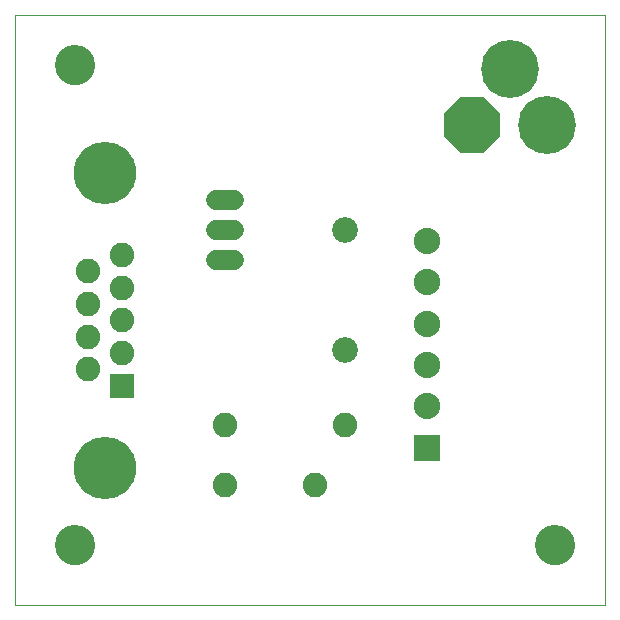
<source format=gbs>
G75*
%MOIN*%
%OFA0B0*%
%FSLAX25Y25*%
%IPPOS*%
%LPD*%
%AMOC8*
5,1,8,0,0,1.08239X$1,22.5*
%
%ADD10C,0.00000*%
%ADD11C,0.13398*%
%ADD12C,0.08200*%
%ADD13C,0.08600*%
%ADD14C,0.06800*%
%ADD15R,0.08200X0.08200*%
%ADD16C,0.20800*%
%ADD17R,0.08800X0.08800*%
%ADD18C,0.08800*%
%ADD19OC8,0.18517*%
%ADD20C,0.19304*%
D10*
X0033632Y0001800D02*
X0033632Y0198650D01*
X0230483Y0198650D01*
X0230483Y0001800D01*
X0033632Y0001800D01*
X0047333Y0021800D02*
X0047335Y0021958D01*
X0047341Y0022116D01*
X0047351Y0022274D01*
X0047365Y0022432D01*
X0047383Y0022589D01*
X0047404Y0022746D01*
X0047430Y0022902D01*
X0047460Y0023058D01*
X0047493Y0023213D01*
X0047531Y0023366D01*
X0047572Y0023519D01*
X0047617Y0023671D01*
X0047666Y0023822D01*
X0047719Y0023971D01*
X0047775Y0024119D01*
X0047835Y0024265D01*
X0047899Y0024410D01*
X0047967Y0024553D01*
X0048038Y0024695D01*
X0048112Y0024835D01*
X0048190Y0024972D01*
X0048272Y0025108D01*
X0048356Y0025242D01*
X0048445Y0025373D01*
X0048536Y0025502D01*
X0048631Y0025629D01*
X0048728Y0025754D01*
X0048829Y0025876D01*
X0048933Y0025995D01*
X0049040Y0026112D01*
X0049150Y0026226D01*
X0049263Y0026337D01*
X0049378Y0026446D01*
X0049496Y0026551D01*
X0049617Y0026653D01*
X0049740Y0026753D01*
X0049866Y0026849D01*
X0049994Y0026942D01*
X0050124Y0027032D01*
X0050257Y0027118D01*
X0050392Y0027202D01*
X0050528Y0027281D01*
X0050667Y0027358D01*
X0050808Y0027430D01*
X0050950Y0027500D01*
X0051094Y0027565D01*
X0051240Y0027627D01*
X0051387Y0027685D01*
X0051536Y0027740D01*
X0051686Y0027791D01*
X0051837Y0027838D01*
X0051989Y0027881D01*
X0052142Y0027920D01*
X0052297Y0027956D01*
X0052452Y0027987D01*
X0052608Y0028015D01*
X0052764Y0028039D01*
X0052921Y0028059D01*
X0053079Y0028075D01*
X0053236Y0028087D01*
X0053395Y0028095D01*
X0053553Y0028099D01*
X0053711Y0028099D01*
X0053869Y0028095D01*
X0054028Y0028087D01*
X0054185Y0028075D01*
X0054343Y0028059D01*
X0054500Y0028039D01*
X0054656Y0028015D01*
X0054812Y0027987D01*
X0054967Y0027956D01*
X0055122Y0027920D01*
X0055275Y0027881D01*
X0055427Y0027838D01*
X0055578Y0027791D01*
X0055728Y0027740D01*
X0055877Y0027685D01*
X0056024Y0027627D01*
X0056170Y0027565D01*
X0056314Y0027500D01*
X0056456Y0027430D01*
X0056597Y0027358D01*
X0056736Y0027281D01*
X0056872Y0027202D01*
X0057007Y0027118D01*
X0057140Y0027032D01*
X0057270Y0026942D01*
X0057398Y0026849D01*
X0057524Y0026753D01*
X0057647Y0026653D01*
X0057768Y0026551D01*
X0057886Y0026446D01*
X0058001Y0026337D01*
X0058114Y0026226D01*
X0058224Y0026112D01*
X0058331Y0025995D01*
X0058435Y0025876D01*
X0058536Y0025754D01*
X0058633Y0025629D01*
X0058728Y0025502D01*
X0058819Y0025373D01*
X0058908Y0025242D01*
X0058992Y0025108D01*
X0059074Y0024972D01*
X0059152Y0024835D01*
X0059226Y0024695D01*
X0059297Y0024553D01*
X0059365Y0024410D01*
X0059429Y0024265D01*
X0059489Y0024119D01*
X0059545Y0023971D01*
X0059598Y0023822D01*
X0059647Y0023671D01*
X0059692Y0023519D01*
X0059733Y0023366D01*
X0059771Y0023213D01*
X0059804Y0023058D01*
X0059834Y0022902D01*
X0059860Y0022746D01*
X0059881Y0022589D01*
X0059899Y0022432D01*
X0059913Y0022274D01*
X0059923Y0022116D01*
X0059929Y0021958D01*
X0059931Y0021800D01*
X0059929Y0021642D01*
X0059923Y0021484D01*
X0059913Y0021326D01*
X0059899Y0021168D01*
X0059881Y0021011D01*
X0059860Y0020854D01*
X0059834Y0020698D01*
X0059804Y0020542D01*
X0059771Y0020387D01*
X0059733Y0020234D01*
X0059692Y0020081D01*
X0059647Y0019929D01*
X0059598Y0019778D01*
X0059545Y0019629D01*
X0059489Y0019481D01*
X0059429Y0019335D01*
X0059365Y0019190D01*
X0059297Y0019047D01*
X0059226Y0018905D01*
X0059152Y0018765D01*
X0059074Y0018628D01*
X0058992Y0018492D01*
X0058908Y0018358D01*
X0058819Y0018227D01*
X0058728Y0018098D01*
X0058633Y0017971D01*
X0058536Y0017846D01*
X0058435Y0017724D01*
X0058331Y0017605D01*
X0058224Y0017488D01*
X0058114Y0017374D01*
X0058001Y0017263D01*
X0057886Y0017154D01*
X0057768Y0017049D01*
X0057647Y0016947D01*
X0057524Y0016847D01*
X0057398Y0016751D01*
X0057270Y0016658D01*
X0057140Y0016568D01*
X0057007Y0016482D01*
X0056872Y0016398D01*
X0056736Y0016319D01*
X0056597Y0016242D01*
X0056456Y0016170D01*
X0056314Y0016100D01*
X0056170Y0016035D01*
X0056024Y0015973D01*
X0055877Y0015915D01*
X0055728Y0015860D01*
X0055578Y0015809D01*
X0055427Y0015762D01*
X0055275Y0015719D01*
X0055122Y0015680D01*
X0054967Y0015644D01*
X0054812Y0015613D01*
X0054656Y0015585D01*
X0054500Y0015561D01*
X0054343Y0015541D01*
X0054185Y0015525D01*
X0054028Y0015513D01*
X0053869Y0015505D01*
X0053711Y0015501D01*
X0053553Y0015501D01*
X0053395Y0015505D01*
X0053236Y0015513D01*
X0053079Y0015525D01*
X0052921Y0015541D01*
X0052764Y0015561D01*
X0052608Y0015585D01*
X0052452Y0015613D01*
X0052297Y0015644D01*
X0052142Y0015680D01*
X0051989Y0015719D01*
X0051837Y0015762D01*
X0051686Y0015809D01*
X0051536Y0015860D01*
X0051387Y0015915D01*
X0051240Y0015973D01*
X0051094Y0016035D01*
X0050950Y0016100D01*
X0050808Y0016170D01*
X0050667Y0016242D01*
X0050528Y0016319D01*
X0050392Y0016398D01*
X0050257Y0016482D01*
X0050124Y0016568D01*
X0049994Y0016658D01*
X0049866Y0016751D01*
X0049740Y0016847D01*
X0049617Y0016947D01*
X0049496Y0017049D01*
X0049378Y0017154D01*
X0049263Y0017263D01*
X0049150Y0017374D01*
X0049040Y0017488D01*
X0048933Y0017605D01*
X0048829Y0017724D01*
X0048728Y0017846D01*
X0048631Y0017971D01*
X0048536Y0018098D01*
X0048445Y0018227D01*
X0048356Y0018358D01*
X0048272Y0018492D01*
X0048190Y0018628D01*
X0048112Y0018765D01*
X0048038Y0018905D01*
X0047967Y0019047D01*
X0047899Y0019190D01*
X0047835Y0019335D01*
X0047775Y0019481D01*
X0047719Y0019629D01*
X0047666Y0019778D01*
X0047617Y0019929D01*
X0047572Y0020081D01*
X0047531Y0020234D01*
X0047493Y0020387D01*
X0047460Y0020542D01*
X0047430Y0020698D01*
X0047404Y0020854D01*
X0047383Y0021011D01*
X0047365Y0021168D01*
X0047351Y0021326D01*
X0047341Y0021484D01*
X0047335Y0021642D01*
X0047333Y0021800D01*
X0207333Y0021800D02*
X0207335Y0021958D01*
X0207341Y0022116D01*
X0207351Y0022274D01*
X0207365Y0022432D01*
X0207383Y0022589D01*
X0207404Y0022746D01*
X0207430Y0022902D01*
X0207460Y0023058D01*
X0207493Y0023213D01*
X0207531Y0023366D01*
X0207572Y0023519D01*
X0207617Y0023671D01*
X0207666Y0023822D01*
X0207719Y0023971D01*
X0207775Y0024119D01*
X0207835Y0024265D01*
X0207899Y0024410D01*
X0207967Y0024553D01*
X0208038Y0024695D01*
X0208112Y0024835D01*
X0208190Y0024972D01*
X0208272Y0025108D01*
X0208356Y0025242D01*
X0208445Y0025373D01*
X0208536Y0025502D01*
X0208631Y0025629D01*
X0208728Y0025754D01*
X0208829Y0025876D01*
X0208933Y0025995D01*
X0209040Y0026112D01*
X0209150Y0026226D01*
X0209263Y0026337D01*
X0209378Y0026446D01*
X0209496Y0026551D01*
X0209617Y0026653D01*
X0209740Y0026753D01*
X0209866Y0026849D01*
X0209994Y0026942D01*
X0210124Y0027032D01*
X0210257Y0027118D01*
X0210392Y0027202D01*
X0210528Y0027281D01*
X0210667Y0027358D01*
X0210808Y0027430D01*
X0210950Y0027500D01*
X0211094Y0027565D01*
X0211240Y0027627D01*
X0211387Y0027685D01*
X0211536Y0027740D01*
X0211686Y0027791D01*
X0211837Y0027838D01*
X0211989Y0027881D01*
X0212142Y0027920D01*
X0212297Y0027956D01*
X0212452Y0027987D01*
X0212608Y0028015D01*
X0212764Y0028039D01*
X0212921Y0028059D01*
X0213079Y0028075D01*
X0213236Y0028087D01*
X0213395Y0028095D01*
X0213553Y0028099D01*
X0213711Y0028099D01*
X0213869Y0028095D01*
X0214028Y0028087D01*
X0214185Y0028075D01*
X0214343Y0028059D01*
X0214500Y0028039D01*
X0214656Y0028015D01*
X0214812Y0027987D01*
X0214967Y0027956D01*
X0215122Y0027920D01*
X0215275Y0027881D01*
X0215427Y0027838D01*
X0215578Y0027791D01*
X0215728Y0027740D01*
X0215877Y0027685D01*
X0216024Y0027627D01*
X0216170Y0027565D01*
X0216314Y0027500D01*
X0216456Y0027430D01*
X0216597Y0027358D01*
X0216736Y0027281D01*
X0216872Y0027202D01*
X0217007Y0027118D01*
X0217140Y0027032D01*
X0217270Y0026942D01*
X0217398Y0026849D01*
X0217524Y0026753D01*
X0217647Y0026653D01*
X0217768Y0026551D01*
X0217886Y0026446D01*
X0218001Y0026337D01*
X0218114Y0026226D01*
X0218224Y0026112D01*
X0218331Y0025995D01*
X0218435Y0025876D01*
X0218536Y0025754D01*
X0218633Y0025629D01*
X0218728Y0025502D01*
X0218819Y0025373D01*
X0218908Y0025242D01*
X0218992Y0025108D01*
X0219074Y0024972D01*
X0219152Y0024835D01*
X0219226Y0024695D01*
X0219297Y0024553D01*
X0219365Y0024410D01*
X0219429Y0024265D01*
X0219489Y0024119D01*
X0219545Y0023971D01*
X0219598Y0023822D01*
X0219647Y0023671D01*
X0219692Y0023519D01*
X0219733Y0023366D01*
X0219771Y0023213D01*
X0219804Y0023058D01*
X0219834Y0022902D01*
X0219860Y0022746D01*
X0219881Y0022589D01*
X0219899Y0022432D01*
X0219913Y0022274D01*
X0219923Y0022116D01*
X0219929Y0021958D01*
X0219931Y0021800D01*
X0219929Y0021642D01*
X0219923Y0021484D01*
X0219913Y0021326D01*
X0219899Y0021168D01*
X0219881Y0021011D01*
X0219860Y0020854D01*
X0219834Y0020698D01*
X0219804Y0020542D01*
X0219771Y0020387D01*
X0219733Y0020234D01*
X0219692Y0020081D01*
X0219647Y0019929D01*
X0219598Y0019778D01*
X0219545Y0019629D01*
X0219489Y0019481D01*
X0219429Y0019335D01*
X0219365Y0019190D01*
X0219297Y0019047D01*
X0219226Y0018905D01*
X0219152Y0018765D01*
X0219074Y0018628D01*
X0218992Y0018492D01*
X0218908Y0018358D01*
X0218819Y0018227D01*
X0218728Y0018098D01*
X0218633Y0017971D01*
X0218536Y0017846D01*
X0218435Y0017724D01*
X0218331Y0017605D01*
X0218224Y0017488D01*
X0218114Y0017374D01*
X0218001Y0017263D01*
X0217886Y0017154D01*
X0217768Y0017049D01*
X0217647Y0016947D01*
X0217524Y0016847D01*
X0217398Y0016751D01*
X0217270Y0016658D01*
X0217140Y0016568D01*
X0217007Y0016482D01*
X0216872Y0016398D01*
X0216736Y0016319D01*
X0216597Y0016242D01*
X0216456Y0016170D01*
X0216314Y0016100D01*
X0216170Y0016035D01*
X0216024Y0015973D01*
X0215877Y0015915D01*
X0215728Y0015860D01*
X0215578Y0015809D01*
X0215427Y0015762D01*
X0215275Y0015719D01*
X0215122Y0015680D01*
X0214967Y0015644D01*
X0214812Y0015613D01*
X0214656Y0015585D01*
X0214500Y0015561D01*
X0214343Y0015541D01*
X0214185Y0015525D01*
X0214028Y0015513D01*
X0213869Y0015505D01*
X0213711Y0015501D01*
X0213553Y0015501D01*
X0213395Y0015505D01*
X0213236Y0015513D01*
X0213079Y0015525D01*
X0212921Y0015541D01*
X0212764Y0015561D01*
X0212608Y0015585D01*
X0212452Y0015613D01*
X0212297Y0015644D01*
X0212142Y0015680D01*
X0211989Y0015719D01*
X0211837Y0015762D01*
X0211686Y0015809D01*
X0211536Y0015860D01*
X0211387Y0015915D01*
X0211240Y0015973D01*
X0211094Y0016035D01*
X0210950Y0016100D01*
X0210808Y0016170D01*
X0210667Y0016242D01*
X0210528Y0016319D01*
X0210392Y0016398D01*
X0210257Y0016482D01*
X0210124Y0016568D01*
X0209994Y0016658D01*
X0209866Y0016751D01*
X0209740Y0016847D01*
X0209617Y0016947D01*
X0209496Y0017049D01*
X0209378Y0017154D01*
X0209263Y0017263D01*
X0209150Y0017374D01*
X0209040Y0017488D01*
X0208933Y0017605D01*
X0208829Y0017724D01*
X0208728Y0017846D01*
X0208631Y0017971D01*
X0208536Y0018098D01*
X0208445Y0018227D01*
X0208356Y0018358D01*
X0208272Y0018492D01*
X0208190Y0018628D01*
X0208112Y0018765D01*
X0208038Y0018905D01*
X0207967Y0019047D01*
X0207899Y0019190D01*
X0207835Y0019335D01*
X0207775Y0019481D01*
X0207719Y0019629D01*
X0207666Y0019778D01*
X0207617Y0019929D01*
X0207572Y0020081D01*
X0207531Y0020234D01*
X0207493Y0020387D01*
X0207460Y0020542D01*
X0207430Y0020698D01*
X0207404Y0020854D01*
X0207383Y0021011D01*
X0207365Y0021168D01*
X0207351Y0021326D01*
X0207341Y0021484D01*
X0207335Y0021642D01*
X0207333Y0021800D01*
X0047333Y0181800D02*
X0047335Y0181958D01*
X0047341Y0182116D01*
X0047351Y0182274D01*
X0047365Y0182432D01*
X0047383Y0182589D01*
X0047404Y0182746D01*
X0047430Y0182902D01*
X0047460Y0183058D01*
X0047493Y0183213D01*
X0047531Y0183366D01*
X0047572Y0183519D01*
X0047617Y0183671D01*
X0047666Y0183822D01*
X0047719Y0183971D01*
X0047775Y0184119D01*
X0047835Y0184265D01*
X0047899Y0184410D01*
X0047967Y0184553D01*
X0048038Y0184695D01*
X0048112Y0184835D01*
X0048190Y0184972D01*
X0048272Y0185108D01*
X0048356Y0185242D01*
X0048445Y0185373D01*
X0048536Y0185502D01*
X0048631Y0185629D01*
X0048728Y0185754D01*
X0048829Y0185876D01*
X0048933Y0185995D01*
X0049040Y0186112D01*
X0049150Y0186226D01*
X0049263Y0186337D01*
X0049378Y0186446D01*
X0049496Y0186551D01*
X0049617Y0186653D01*
X0049740Y0186753D01*
X0049866Y0186849D01*
X0049994Y0186942D01*
X0050124Y0187032D01*
X0050257Y0187118D01*
X0050392Y0187202D01*
X0050528Y0187281D01*
X0050667Y0187358D01*
X0050808Y0187430D01*
X0050950Y0187500D01*
X0051094Y0187565D01*
X0051240Y0187627D01*
X0051387Y0187685D01*
X0051536Y0187740D01*
X0051686Y0187791D01*
X0051837Y0187838D01*
X0051989Y0187881D01*
X0052142Y0187920D01*
X0052297Y0187956D01*
X0052452Y0187987D01*
X0052608Y0188015D01*
X0052764Y0188039D01*
X0052921Y0188059D01*
X0053079Y0188075D01*
X0053236Y0188087D01*
X0053395Y0188095D01*
X0053553Y0188099D01*
X0053711Y0188099D01*
X0053869Y0188095D01*
X0054028Y0188087D01*
X0054185Y0188075D01*
X0054343Y0188059D01*
X0054500Y0188039D01*
X0054656Y0188015D01*
X0054812Y0187987D01*
X0054967Y0187956D01*
X0055122Y0187920D01*
X0055275Y0187881D01*
X0055427Y0187838D01*
X0055578Y0187791D01*
X0055728Y0187740D01*
X0055877Y0187685D01*
X0056024Y0187627D01*
X0056170Y0187565D01*
X0056314Y0187500D01*
X0056456Y0187430D01*
X0056597Y0187358D01*
X0056736Y0187281D01*
X0056872Y0187202D01*
X0057007Y0187118D01*
X0057140Y0187032D01*
X0057270Y0186942D01*
X0057398Y0186849D01*
X0057524Y0186753D01*
X0057647Y0186653D01*
X0057768Y0186551D01*
X0057886Y0186446D01*
X0058001Y0186337D01*
X0058114Y0186226D01*
X0058224Y0186112D01*
X0058331Y0185995D01*
X0058435Y0185876D01*
X0058536Y0185754D01*
X0058633Y0185629D01*
X0058728Y0185502D01*
X0058819Y0185373D01*
X0058908Y0185242D01*
X0058992Y0185108D01*
X0059074Y0184972D01*
X0059152Y0184835D01*
X0059226Y0184695D01*
X0059297Y0184553D01*
X0059365Y0184410D01*
X0059429Y0184265D01*
X0059489Y0184119D01*
X0059545Y0183971D01*
X0059598Y0183822D01*
X0059647Y0183671D01*
X0059692Y0183519D01*
X0059733Y0183366D01*
X0059771Y0183213D01*
X0059804Y0183058D01*
X0059834Y0182902D01*
X0059860Y0182746D01*
X0059881Y0182589D01*
X0059899Y0182432D01*
X0059913Y0182274D01*
X0059923Y0182116D01*
X0059929Y0181958D01*
X0059931Y0181800D01*
X0059929Y0181642D01*
X0059923Y0181484D01*
X0059913Y0181326D01*
X0059899Y0181168D01*
X0059881Y0181011D01*
X0059860Y0180854D01*
X0059834Y0180698D01*
X0059804Y0180542D01*
X0059771Y0180387D01*
X0059733Y0180234D01*
X0059692Y0180081D01*
X0059647Y0179929D01*
X0059598Y0179778D01*
X0059545Y0179629D01*
X0059489Y0179481D01*
X0059429Y0179335D01*
X0059365Y0179190D01*
X0059297Y0179047D01*
X0059226Y0178905D01*
X0059152Y0178765D01*
X0059074Y0178628D01*
X0058992Y0178492D01*
X0058908Y0178358D01*
X0058819Y0178227D01*
X0058728Y0178098D01*
X0058633Y0177971D01*
X0058536Y0177846D01*
X0058435Y0177724D01*
X0058331Y0177605D01*
X0058224Y0177488D01*
X0058114Y0177374D01*
X0058001Y0177263D01*
X0057886Y0177154D01*
X0057768Y0177049D01*
X0057647Y0176947D01*
X0057524Y0176847D01*
X0057398Y0176751D01*
X0057270Y0176658D01*
X0057140Y0176568D01*
X0057007Y0176482D01*
X0056872Y0176398D01*
X0056736Y0176319D01*
X0056597Y0176242D01*
X0056456Y0176170D01*
X0056314Y0176100D01*
X0056170Y0176035D01*
X0056024Y0175973D01*
X0055877Y0175915D01*
X0055728Y0175860D01*
X0055578Y0175809D01*
X0055427Y0175762D01*
X0055275Y0175719D01*
X0055122Y0175680D01*
X0054967Y0175644D01*
X0054812Y0175613D01*
X0054656Y0175585D01*
X0054500Y0175561D01*
X0054343Y0175541D01*
X0054185Y0175525D01*
X0054028Y0175513D01*
X0053869Y0175505D01*
X0053711Y0175501D01*
X0053553Y0175501D01*
X0053395Y0175505D01*
X0053236Y0175513D01*
X0053079Y0175525D01*
X0052921Y0175541D01*
X0052764Y0175561D01*
X0052608Y0175585D01*
X0052452Y0175613D01*
X0052297Y0175644D01*
X0052142Y0175680D01*
X0051989Y0175719D01*
X0051837Y0175762D01*
X0051686Y0175809D01*
X0051536Y0175860D01*
X0051387Y0175915D01*
X0051240Y0175973D01*
X0051094Y0176035D01*
X0050950Y0176100D01*
X0050808Y0176170D01*
X0050667Y0176242D01*
X0050528Y0176319D01*
X0050392Y0176398D01*
X0050257Y0176482D01*
X0050124Y0176568D01*
X0049994Y0176658D01*
X0049866Y0176751D01*
X0049740Y0176847D01*
X0049617Y0176947D01*
X0049496Y0177049D01*
X0049378Y0177154D01*
X0049263Y0177263D01*
X0049150Y0177374D01*
X0049040Y0177488D01*
X0048933Y0177605D01*
X0048829Y0177724D01*
X0048728Y0177846D01*
X0048631Y0177971D01*
X0048536Y0178098D01*
X0048445Y0178227D01*
X0048356Y0178358D01*
X0048272Y0178492D01*
X0048190Y0178628D01*
X0048112Y0178765D01*
X0048038Y0178905D01*
X0047967Y0179047D01*
X0047899Y0179190D01*
X0047835Y0179335D01*
X0047775Y0179481D01*
X0047719Y0179629D01*
X0047666Y0179778D01*
X0047617Y0179929D01*
X0047572Y0180081D01*
X0047531Y0180234D01*
X0047493Y0180387D01*
X0047460Y0180542D01*
X0047430Y0180698D01*
X0047404Y0180854D01*
X0047383Y0181011D01*
X0047365Y0181168D01*
X0047351Y0181326D01*
X0047341Y0181484D01*
X0047335Y0181642D01*
X0047333Y0181800D01*
D11*
X0053632Y0181800D03*
X0053632Y0021800D03*
X0213632Y0021800D03*
D12*
X0143632Y0061800D03*
X0133632Y0041800D03*
X0103632Y0041800D03*
X0103632Y0061800D03*
X0069223Y0085894D03*
X0058042Y0080461D03*
X0058042Y0091367D03*
X0069223Y0096800D03*
X0058042Y0102233D03*
X0069223Y0107706D03*
X0058042Y0113139D03*
X0069223Y0118611D03*
D13*
X0143632Y0126800D03*
X0143632Y0086800D03*
D14*
X0106632Y0116800D02*
X0100632Y0116800D01*
X0100632Y0126800D02*
X0106632Y0126800D01*
X0106632Y0136800D02*
X0100632Y0136800D01*
D15*
X0069223Y0074989D03*
D16*
X0063632Y0047587D03*
X0063632Y0146013D03*
D17*
X0171132Y0054300D03*
D18*
X0171132Y0068080D03*
X0171132Y0081859D03*
X0171132Y0095639D03*
X0171132Y0109418D03*
X0171132Y0123198D03*
D19*
X0186132Y0161800D03*
D20*
X0198632Y0180550D03*
X0211132Y0161800D03*
M02*

</source>
